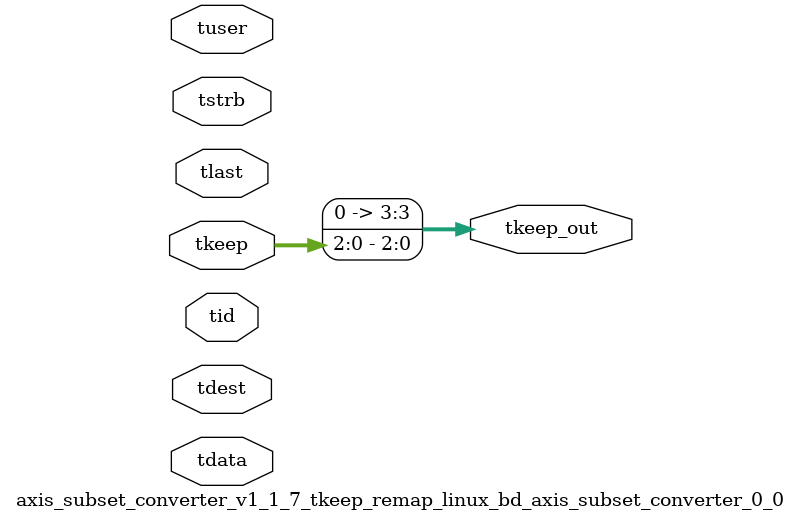
<source format=v>


`timescale 1ps/1ps

module axis_subset_converter_v1_1_7_tkeep_remap_linux_bd_axis_subset_converter_0_0 #
(
parameter C_S_AXIS_TDATA_WIDTH = 32,
parameter C_S_AXIS_TUSER_WIDTH = 0,
parameter C_S_AXIS_TID_WIDTH   = 0,
parameter C_S_AXIS_TDEST_WIDTH = 0,
parameter C_M_AXIS_TDATA_WIDTH = 32
)
(
input  [(C_S_AXIS_TDATA_WIDTH == 0 ? 1 : C_S_AXIS_TDATA_WIDTH)-1:0     ] tdata,
input  [(C_S_AXIS_TUSER_WIDTH == 0 ? 1 : C_S_AXIS_TUSER_WIDTH)-1:0     ] tuser,
input  [(C_S_AXIS_TID_WIDTH   == 0 ? 1 : C_S_AXIS_TID_WIDTH)-1:0       ] tid,
input  [(C_S_AXIS_TDEST_WIDTH == 0 ? 1 : C_S_AXIS_TDEST_WIDTH)-1:0     ] tdest,
input  [(C_S_AXIS_TDATA_WIDTH/8)-1:0 ] tkeep,
input  [(C_S_AXIS_TDATA_WIDTH/8)-1:0 ] tstrb,
input                                                                    tlast,
output [(C_M_AXIS_TDATA_WIDTH/8)-1:0 ] tkeep_out
);

assign tkeep_out = {tkeep[2:0]};

endmodule


</source>
